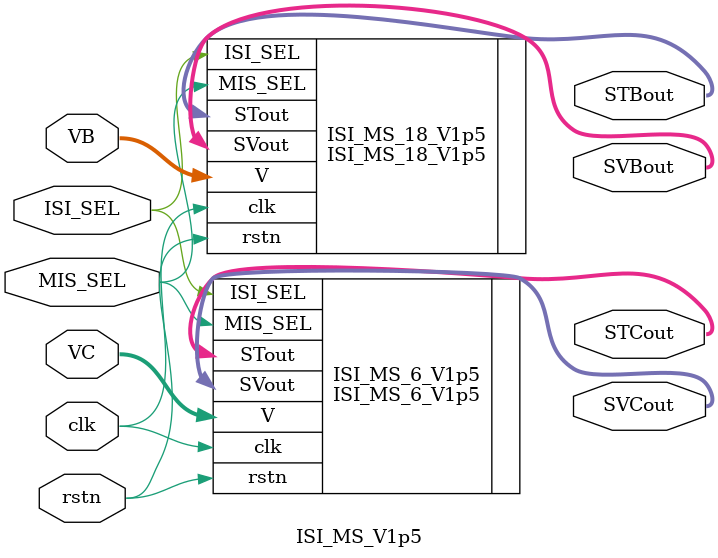
<source format=v>

module ISI_MS_V1p5(clk, rstn, VB, VC, ISI_SEL, MIS_SEL,
				   SVBout, STBout, SVCout, STCout);

//--------------------------------------------------
// clk:     input clock;
// rstn:    rest signal, 0 enable;
// VB:      input selected B number;
// VC:      input selected C number;
// SVBout:  Output SVB Vector;
// SVCout:  Output SVC Vector;
// STBout:  Output STB Vector;
// STCout:  Output STC Vector;
// Debug：  Output debug ports;
//---------------------------------------------------
// ISI_SEL: ISI bypass enable, "1" enable bypass;
// MIS_SEL: MIS bypass enable, "1" enable bypass;
//---------------------------------------------------
// MIS_SEL=0, ISI_SEL=0: ISI enable, MIS enable,
//						 Dither_Gen  enable,
//						 Decp_Gen    enable,
//						 Tran_Det    enable,
//						 HILF6_1st   enable,
//						 HMLF6_2nd   enable,
//						 VQ6_V1p3    enable,
//					     Dig_Sel	 enable;
// MIS_SEL=0, ISI_SEL=1: ISI bypass, MIS enable;
//						 Dither_Gen  disable,
//						 Decp_Gen    disable,
//						 Tran_Det    disable,
//						 HILF6_1st   disable,
//						 HMLF6_2nd   enable,
//						 VQ6_V1p3    enable,
//					     Dig_Sel	 enable;
// MIS_SEL=1, ISI_SEL=0: ISI bypass, MIS bypass;
//						 Dither_Gen  disable,
//						 Decp_Gen    disable,
//						 Tran_Det    disable,
//						 HILF6_1st   disable,
//						 HMLF6_2nd   disable,
//						 VQ6_V1p3    disable,
//					     Dig_Sel	 disable;
// MIS_SEL=1, ISI_SEL=1: ISI bypass, MIS bypass;
//						 Dither_Gen  disable,
//						 Decp_Gen    disable,
//						 Tran_Det    disable,
//						 HILF6_1st   disable,
//						 HMLF6_2nd   disable,
//						 VQ6_V1p3    disable,
//					     Dig_Sel	 disable;
//---------------------------------------------------

input clk, rstn, ISI_SEL, MIS_SEL;
input signed [5:0] VB;
input signed [3:0] VC;
output [17:0] SVBout;
output [5:0]  SVCout;
output [17:0] STBout;
output [5:0]  STCout;

// ISI_MS_18 Operaiton
ISI_MS_18_V1p5 ISI_MS_18_V1p5(.clk(clk), .rstn(rstn), .V(VB),  .ISI_SEL(ISI_SEL), .MIS_SEL(MIS_SEL),
							  .SVout(SVBout), .STout(STBout));

// ISI_MS_6 Operation
ISI_MS_6_V1p5 ISI_MS_6_V1p5(.clk(clk), .rstn(rstn), .V(VC), .ISI_SEL(ISI_SEL), .MIS_SEL(MIS_SEL),
							.SVout(SVCout), .STout(STCout));

endmodule
</source>
